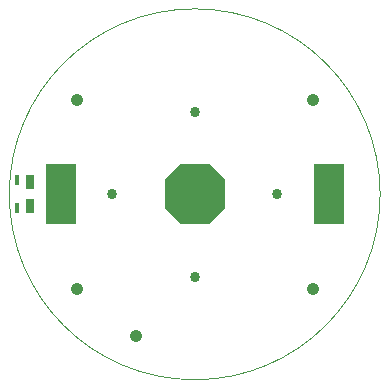
<source format=gbr>
G04 GENERATED BY PULSONIX 8.5 GERBER.DLL 5900*
G04 #@! TF.Part,Single*
%FSLAX35Y35*%
%LPD*%
%MOIN*%
G04 #@! TF.FileFunction,Soldermask,Bot*
G04 #@! TA.AperFunction,Profile*
%ADD10C,0.00001*%
G04 #@! TA.AperFunction,SMDPad*
%ADD280R,0.02795X0.04724*%
%ADD281R,0.01811X0.03583*%
%ADD282C,0.04173*%
%ADD283R,0.10079X0.20315*%
%AMT284*0 Chamfered Rectangle pad*4,1,8,0.04970,0.09961,-0.04970,0.09961,-0.09961,0.04970,-0.09961,-0.04970,-0.04970,-0.09961,0.04970,-0.09961,0.09961,-0.04970,0.09961,0.04970,0.04970,0.09961,0*%
%ADD284T284*%
%ADD285C,0.03386*%
G04 #@! TA.AperFunction,ComponentPad*
%ADD331C,0.02236*%
X0Y0D02*
D02*
D10*
X61811Y123622D02*
G75*
G03Y0J-61811D01*
G01*
G75*
G03Y123622J61811*
G01*
D02*
D280*
X6870Y57756D03*
Y65866D03*
D02*
D281*
X2559Y57185D03*
Y66437D03*
D02*
D282*
X22440Y30315D03*
Y93307D03*
X42125Y14567D03*
X101180Y30315D03*
Y93307D03*
D02*
D283*
X17126Y61811D03*
X106496D03*
D02*
D284*
X61811D03*
D02*
D285*
X34252D03*
X61811Y34252D03*
Y89370D03*
X89370Y61811D03*
D02*
D331*
X57874Y57874D03*
Y61811D03*
Y65748D03*
X61811Y57874D03*
Y61811D03*
Y65748D03*
X65748Y57874D03*
Y61811D03*
Y65748D03*
X0Y0D02*
M02*

</source>
